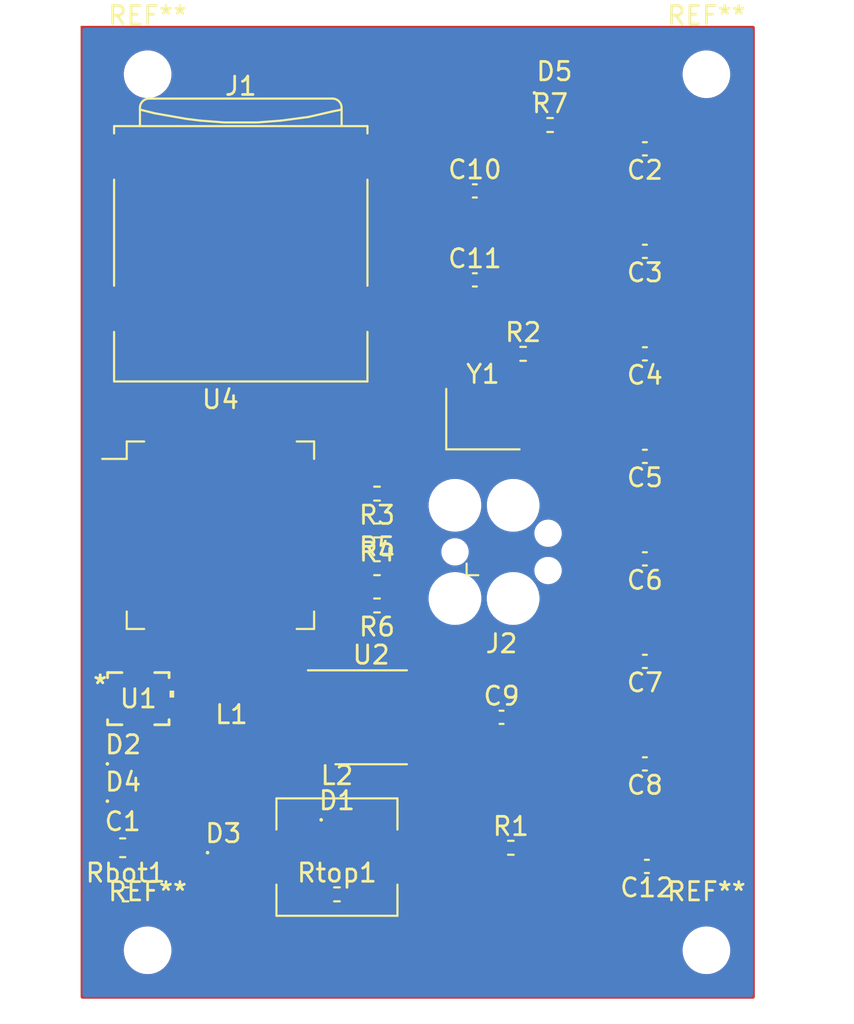
<source format=kicad_pcb>
(kicad_pcb (version 20221018) (generator pcbnew)
  (layers (0 "F.Cu" signal) (1 "In1.Cu" signal) (2 "In2.Cu" signal) (31 "B.Cu" signal) (34 "B.Paste" user) (35 "F.Paste" user) (36 "B.SilkS" user "B.Silkscreen") (37 "F.SilkS" user "F.Silkscreen") (38 "B.Mask" user) (39 "F.Mask" user) (44 "Edge.Cuts" user))
  (net 0 "")
  (net 1 "+3.3V")
  (net 5 "GND")
  (net 6 "+3.3VA")
  (net 10 "Net-(U4-VCAP1)")
  (net 11 "HSE_IN")
  (net 12 "Net-(C11-Pad1)")
  (net 13 "Net-(D3-K)")
  (net 14 "Net-(D4-K)")
  (net 15 "Net-(D1-K)")
  (net 16 "+BATT")
  (net 17 "VBUS")
  (net 18 "SDIO_D2")
  (net 19 "SDIO_D3")
  (net 20 "SDIO_CMD")
  (net 21 "SDIO_CK")
  (net 22 "SDIO_D0")
  (net 23 "SDIO_D1")
  (net 27 "Vin")
  (net 28 "SWDIO")
  (net 29 "SWCLK")
  (net 30 "VS")
  (net 31 "Vout")
  (net 32 "Net-(U2-EN)")
  (net 33 "HSE_OUT")
  (net 34 "I2C1_SCL")
  (net 35 "I2C3_SDA")
  (net 36 "I2C3_SCL")
  (net 37 "I2C1_SDA")
  (net 38 "Net-(U2-FB)")
  (net 39 "SPI1_MISO")
  (net 40 "Net-(U1-CS)")
  (net 41 "SPI1_SCK")
  (net 42 "SPI1_MOSI")
  (net 50 "NRST")
  (net 51 "Net-(D5-K)")
  (net 65 "SPI3_SCK")
  (net 66 "SPI2_SCK")
  (net 76 "SWO")
  (net 78 "BOOT0")
  (net 81 "Net-(D5-A)")
  (footprint "MountingHole:MountingHole_2.1mm" (layer "F.Cu") (at 175.26 66.548)
    (fp_text reference "REF**" (at 0 -3.2) (layer "F.SilkS"))
    (fp_text value "MountingHole_2.1mm")
    (pad "" np_thru_hole circle (at 0 0) (size 2.1 2.1) (drill 2.1) (layers "*.Cu" "*.Mask"))
  )
  (footprint "Capacitor_SMD:C_0402_1005Metric" (layer "F.Cu") (at 171.903 92.964 180)
    (fp_text reference "C6" (at 0 -1.16 180) (layer "F.SilkS"))
    (fp_text value "100nF")
    (fp_line (start -0.107836 -0.36) (end 0.107836 -0.36) (stroke (width 0.12)) (layer "F.SilkS"))
    (fp_line (start -0.107836 0.36) (end 0.107836 0.36) (stroke (width 0.12)) (layer "F.SilkS"))
    (pad "1" smd roundrect (at -0.48 0 180) (size 0.56 0.62) (layers "F.Cu" "F.Paste" "F.Mask") (net 1 "+3.3V"))
    (pad "2" smd roundrect (at 0.48 0 180) (size 0.56 0.62) (layers "F.Cu" "F.Paste" "F.Mask") (net 5 "GND"))
  )
  (footprint "Capacitor_SMD:C_0402_1005Metric" (layer "F.Cu") (at 162.628 72.906)
    (fp_text reference "C10" (at 0 -1.16) (layer "F.SilkS"))
    (fp_text value "2pF")
    (fp_line (start -0.107836 -0.36) (end 0.107836 -0.36) (stroke (width 0.12)) (layer "F.SilkS"))
    (fp_line (start -0.107836 0.36) (end 0.107836 0.36) (stroke (width 0.12)) (layer "F.SilkS"))
    (pad "1" smd roundrect (at -0.48 0) (size 0.56 0.62) (layers "F.Cu" "F.Paste" "F.Mask") (net 11 "HSE_IN"))
    (pad "2" smd roundrect (at 0.48 0) (size 0.56 0.62) (layers "F.Cu" "F.Paste" "F.Mask") (net 5 "GND"))
  )
  (footprint "Diode_SMD:D_0201_0603Metric" (layer "F.Cu") (at 155.106 107.188)
    (fp_text reference "D1" (at 0 -1.05) (layer "F.SilkS"))
    (fp_text value "D_Schottky")
    (fp_circle (center -0.86 0) (end -0.81 0) (stroke (width 0.1)) (fill none) (layer "F.SilkS"))
    (pad "1" smd roundrect (at -0.32 0) (size 0.46 0.4) (layers "F.Cu" "F.Mask") (net 15 "Net-(D1-K)"))
    (pad "2" smd roundrect (at 0.32 0) (size 0.46 0.4) (layers "F.Cu" "F.Mask") (net 16 "+BATT"))
  )
  (footprint "imu:LGA14L_LSM6_STM" (layer "F.Cu") (at 144.272 100.584)
    (fp_text reference "U1" (at 0 0 unlocked) (layer "F.SilkS"))
    (fp_text value "LSM6DSV16XTR")
    (fp_text user "*" (at -2.0828 -0.750189) (layer "F.SilkS"))
    (fp_text user "*" (at -2.0828 -0.750189 unlocked) (layer "F.SilkS"))
    (fp_line (start -1.6764 -1.4224) (end -1.6764 -1.14437) (stroke (width 0.1524)) (layer "F.SilkS"))
    (fp_line (start -1.6764 1.14437) (end -1.6764 1.4224) (stroke (width 0.1524)) (layer "F.SilkS"))
    (fp_line (start -1.6764 1.4224) (end -0.894307 1.4224) (stroke (width 0.1524)) (layer "F.SilkS"))
    (fp_line (start -0.894307 -1.4224) (end -1.6764 -1.4224) (stroke (width 0.1524)) (layer "F.SilkS"))
    (fp_line (start 0.894307 1.4224) (end 1.6764 1.4224) (stroke (width 0.1524)) (layer "F.SilkS"))
    (fp_line (start 1.6764 -1.4224) (end 0.894307 -1.4224) (stroke (width 0.1524)) (layer "F.SilkS"))
    (fp_line (start 1.6764 -1.14437) (end 1.6764 -1.4224) (stroke (width 0.1524)) (layer "F.SilkS"))
    (fp_line (start 1.6764 1.4224) (end 1.6764 1.14437) (stroke (width 0.1524)) (layer "F.SilkS"))
    (fp_poly (pts (xy 1.9558 -0.440563) (xy 1.9558 -0.059563) (xy 1.7018 -0.059563) (xy 1.7018 -0.440563)) (fill solid) (layer "F.SilkS"))
    (pad "1" smd rect (at -1.1811 -0.750189 90) (size 0.3048 0.5334) (layers "F.Cu" "F.Paste" "F.Mask") (net 39 "SPI1_MISO"))
    (pad "2" smd rect (at -1.1811 -0.250063 90) (size 0.3048 0.5334) (layers "F.Cu" "F.Paste" "F.Mask"))
    (pad "3" smd rect (at -1.1811 0.250063 90) (size 0.3048 0.5334) (layers "F.Cu" "F.Paste" "F.Mask"))
    (pad "4" smd rect (at -1.1811 0.750189 90) (size 0.3048 0.5334) (layers "F.Cu" "F.Paste" "F.Mask"))
    (pad "5" smd rect (at -0.500126 0.9271) (size 0.3048 0.5334) (layers "F.Cu" "F.Paste" "F.Mask") (net 1 "+3.3V"))
    (pad "6" smd rect (at 0 0.9271) (size 0.3048 0.5334) (layers "F.Cu" "F.Paste" "F.Mask") (net 5 "GND"))
    (pad "7" smd rect (at 0.500126 0.9271) (size 0.3048 0.5334) (layers "F.Cu" "F.Paste" "F.Mask") (net 5 "GND"))
    (pad "8" smd rect (at 1.1811 0.750189 90) (size 0.3048 0.5334) (layers "F.Cu" "F.Paste" "F.Mask") (net 1 "+3.3V"))
    (pad "9" smd rect (at 1.1811 0.250063 90) (size 0.3048 0.5334) (layers "F.Cu" "F.Paste" "F.Mask"))
    (pad "10" smd rect (at 1.1811 -0.250063 90) (size 0.3048 0.5334) (layers "F.Cu" "F.Paste" "F.Mask"))
    (pad "11" smd rect (at 1.1811 -0.750189 90) (size 0.3048 0.5334) (layers "F.Cu" "F.Paste" "F.Mask"))
    (pad "12" smd rect (at 0.500126 -0.9271) (size 0.3048 0.5334) (layers "F.Cu" "F.Paste" "F.Mask") (net 40 "Net-(U1-CS)"))
    (pad "13" smd rect (at 0 -0.9271) (size 0.3048 0.5334) (layers "F.Cu" "F.Paste" "F.Mask") (net 41 "SPI1_SCK"))
    (pad "14" smd rect (at -0.500126 -0.9271) (size 0.3048 0.5334) (layers "F.Cu" "F.Paste" "F.Mask") (net 42 "SPI1_MOSI"))
  )
  (footprint "Capacitor_SMD:C_0402_1005Metric" (layer "F.Cu") (at 171.903 70.612 180)
    (fp_text reference "C2" (at 0 -1.16 180) (layer "F.SilkS"))
    (fp_text value "100nF")
    (fp_line (start -0.107836 -0.36) (end 0.107836 -0.36) (stroke (width 0.12)) (layer "F.SilkS"))
    (fp_line (start -0.107836 0.36) (end 0.107836 0.36) (stroke (width 0.12)) (layer "F.SilkS"))
    (pad "1" smd roundrect (at -0.48 0 180) (size 0.56 0.62) (layers "F.Cu" "F.Paste" "F.Mask") (net 1 "+3.3V"))
    (pad "2" smd roundrect (at 0.48 0 180) (size 0.56 0.62) (layers "F.Cu" "F.Paste" "F.Mask") (net 5 "GND"))
  )
  (footprint "Capacitor_SMD:C_0402_1005Metric" (layer "F.Cu") (at 171.903 87.376 180)
    (fp_text reference "C5" (at 0 -1.16 180) (layer "F.SilkS"))
    (fp_text value "100nF")
    (fp_line (start -0.107836 -0.36) (end 0.107836 -0.36) (stroke (width 0.12)) (layer "F.SilkS"))
    (fp_line (start -0.107836 0.36) (end 0.107836 0.36) (stroke (width 0.12)) (layer "F.SilkS"))
    (pad "1" smd roundrect (at -0.48 0 180) (size 0.56 0.62) (layers "F.Cu" "F.Paste" "F.Mask") (net 1 "+3.3V"))
    (pad "2" smd roundrect (at 0.48 0 180) (size 0.56 0.62) (layers "F.Cu" "F.Paste" "F.Mask") (net 5 "GND"))
  )
  (footprint "Resistor_SMD:R_0402_1005Metric" (layer "F.Cu") (at 157.292 91.416 180)
    (fp_text reference "R4" (at 0 -1.17 180) (layer "F.SilkS"))
    (fp_text value "10k")
    (fp_line (start -0.153641 -0.38) (end 0.153641 -0.38) (stroke (width 0.12)) (layer "F.SilkS"))
    (fp_line (start -0.153641 0.38) (end 0.153641 0.38) (stroke (width 0.12)) (layer "F.SilkS"))
    (pad "1" smd roundrect (at -0.51 0 180) (size 0.54 0.64) (layers "F.Cu" "F.Paste" "F.Mask") (net 6 "+3.3VA"))
    (pad "2" smd roundrect (at 0.51 0 180) (size 0.54 0.64) (layers "F.Cu" "F.Paste" "F.Mask") (net 35 "I2C3_SDA"))
  )
  (footprint "Diode_SMD:D_0201_0603Metric" (layer "F.Cu") (at 143.444 106.172)
    (fp_text reference "D4" (at 0 -1.05) (layer "F.SilkS"))
    (fp_text value "D_Schottky")
    (fp_circle (center -0.86 0) (end -0.81 0) (stroke (width 0.1)) (fill none) (layer "F.SilkS"))
    (pad "1" smd roundrect (at -0.32 0) (size 0.46 0.4) (layers "F.Cu" "F.Mask") (net 14 "Net-(D4-K)"))
    (pad "2" smd roundrect (at 0.32 0) (size 0.46 0.4) (layers "F.Cu" "F.Mask") (net 5 "GND"))
  )
  (footprint "Connector_Card:microSD_HC_Wuerth_693072010801" (layer "F.Cu") (at 149.86 75.184)
    (fp_text reference "J1" (at 0 -7.99) (layer "F.SilkS"))
    (fp_text value "Micro_SD_Card_Det1")
    (fp_line (start -6.91 -5.81) (end -6.91 -5.41) (stroke (width 0.12)) (layer "F.SilkS"))
    (fp_line (start -6.91 -5.81) (end 6.91 -5.81) (stroke (width 0.12)) (layer "F.SilkS"))
    (fp_line (start -6.91 -2.89) (end -6.91 2.89) (stroke (width 0.12)) (layer "F.SilkS"))
    (fp_line (start -6.91 5.41) (end -6.91 8.11) (stroke (width 0.12)) (layer "F.SilkS"))
    (fp_line (start -5.5 -6.71) (end -4.7 -6.51) (stroke (width 0.12)) (layer "F.SilkS"))
    (fp_line (start -5.5 -5.81) (end -5.5 -6.81) (stroke (width 0.12)) (layer "F.SilkS"))
    (fp_line (start -5 -7.31) (end 5 -7.31) (stroke (width 0.12)) (layer "F.SilkS"))
    (fp_line (start -4.7 -6.51) (end -3 -6.21) (stroke (width 0.12)) (layer "F.SilkS"))
    (fp_line (start -3 -6.21) (end -2.2 -6.11) (stroke (width 0.12)) (layer "F.SilkS"))
    (fp_line (start -2.2 -6.11) (end -0.9 -6.01) (stroke (width 0.12)) (layer "F.SilkS"))
    (fp_line (start -0.9 -6.01) (end 0.9 -6.01) (stroke (width 0.12)) (layer "F.SilkS"))
    (fp_line (start 0.9 -6.01) (end 2.2 -6.11) (stroke (width 0.12)) (layer "F.SilkS"))
    (fp_line (start 2.2 -6.11) (end 3.7 -6.31) (stroke (width 0.12)) (layer "F.SilkS"))
    (fp_line (start 3.7 -6.31) (end 5 -6.61) (stroke (width 0.12)) (layer "F.SilkS"))
    (fp_line (start 5 -6.61) (end 5.5 -6.71) (stroke (width 0.12)) (layer "F.SilkS"))
    (fp_line (start 5.5 -5.81) (end 5.5 -6.81) (stroke (width 0.12)) (layer "F.SilkS"))
    (fp_line (start 6.91 -5.81) (end 6.91 -5.41) (stroke (width 0.12)) (layer "F.SilkS"))
    (fp_line (start 6.91 -2.89) (end 6.91 2.89) (stroke (width 0.12)) (layer "F.SilkS"))
    (fp_line (start 6.91 5.41) (end 6.91 8.11) (stroke (width 0.12)) (layer "F.SilkS"))
    (fp_line (start 6.91 8.11) (end -6.91 8.11) (stroke (width 0.12)) (layer "F.SilkS"))
    (fp_arc (start -5.5 -6.81) (mid -5.353553 -7.163553) (end -5 -7.31) (stroke (width 0.12)) (layer "F.SilkS"))
    (fp_arc (start 5 -7.31) (mid 5.353553 -7.163553) (end 5.5 -6.81) (stroke (width 0.12)) (layer "F.SilkS"))
    (pad "1" smd rect (at -3.2 -1.55) (size 0.8 1.5) (layers "F.Cu" "F.Paste" "F.Mask") (net 18 "SDIO_D2"))
    (pad "2" smd rect (at -2.1 -1.55) (size 0.8 1.5) (layers "F.Cu" "F.Paste" "F.Mask") (net 19 "SDIO_D3"))
    (pad "3" smd rect (at -1 -1.55) (size 0.8 1.5) (layers "F.Cu" "F.Paste" "F.Mask") (net 20 "SDIO_CMD"))
    (pad "4" smd rect (at 0.1 -1.55) (size 0.8 1.5) (layers "F.Cu" "F.Paste" "F.Mask") (net 1 "+3.3V"))
    (pad "5" smd rect (at 1.2 -1.55) (size 0.8 1.5) (layers "F.Cu" "F.Paste" "F.Mask") (net 21 "SDIO_CK"))
    (pad "6" smd rect (at 2.3 -1.55) (size 0.8 1.5) (layers "F.Cu" "F.Paste" "F.Mask") (net 5 "GND"))
    (pad "7" smd rect (at 3.4 -1.55) (size 0.8 1.5) (layers "F.Cu" "F.Paste" "F.Mask") (net 22 "SDIO_D0"))
    (pad "8" smd rect (at 4.5 -1.55) (size 0.8 1.5) (layers "F.Cu" "F.Paste" "F.Mask") (net 23 "SDIO_D1"))
    (pad "9" smd rect (at -6.875 -4.15) (size 1.45 2) (layers "F.Cu" "F.Paste" "F.Mask"))
    (pad "9" smd rect (at -6.875 4.15) (size 1.45 2) (layers "F.Cu" "F.Paste" "F.Mask"))
    (pad "9" smd rect (at 6.875 -4.15) (size 1.45 2) (layers "F.Cu" "F.Paste" "F.Mask"))
    (pad "9" smd rect (at 6.875 4.15) (size 1.45 2) (layers "F.Cu" "F.Paste" "F.Mask"))
  )
  (footprint "Diode_SMD:D_0201_0603Metric" (layer "F.Cu") (at 143.444 104.14)
    (fp_text reference "D2" (at 0 -1.05) (layer "F.SilkS"))
    (fp_text value "D_Schottky")
    (fp_circle (center -0.86 0) (end -0.81 0) (stroke (width 0.1)) (fill none) (layer "F.SilkS"))
    (pad "1" smd roundrect (at -0.32 0) (size 0.46 0.4) (layers "F.Cu" "F.Mask") (net 15 "Net-(D1-K)"))
    (pad "2" smd roundrect (at 0.32 0) (size 0.46 0.4) (layers "F.Cu" "F.Mask") (net 17 "VBUS"))
  )
  (footprint "Diode_SMD:D_0201_0603Metric" (layer "F.Cu") (at 148.909 108.978)
    (fp_text reference "D3" (at 0 -1.05) (layer "F.SilkS"))
    (fp_text value "D_Schottky")
    (fp_circle (center -0.86 0) (end -0.81 0) (stroke (width 0.1)) (fill none) (layer "F.SilkS"))
    (pad "1" smd roundrect (at -0.32 0) (size 0.46 0.4) (layers "F.Cu" "F.Mask") (net 13 "Net-(D3-K)"))
    (pad "2" smd roundrect (at 0.32 0) (size 0.46 0.4) (layers "F.Cu" "F.Mask") (net 15 "Net-(D1-K)"))
  )
  (footprint "Resistor_SMD:R_0402_1005Metric" (layer "F.Cu") (at 166.734 69.314)
    (fp_text reference "R7" (at 0 -1.17) (layer "F.SilkS"))
    (fp_text value "220")
    (fp_line (start -0.153641 -0.38) (end 0.153641 -0.38) (stroke (width 0.12)) (layer "F.SilkS"))
    (fp_line (start -0.153641 0.38) (end 0.153641 0.38) (stroke (width 0.12)) (layer "F.SilkS"))
    (pad "1" smd roundrect (at -0.51 0) (size 0.54 0.64) (layers "F.Cu" "F.Paste" "F.Mask") (net 51 "Net-(D5-K)"))
    (pad "2" smd roundrect (at 0.51 0) (size 0.54 0.64) (layers "F.Cu" "F.Paste" "F.Mask") (net 5 "GND"))
  )
  (footprint "Capacitor_SMD:C_0402_1005Metric" (layer "F.Cu") (at 171.903 81.788 180)
    (fp_text reference "C4" (at 0 -1.16 180) (layer "F.SilkS"))
    (fp_text value "100nF")
    (fp_line (start -0.107836 -0.36) (end 0.107836 -0.36) (stroke (width 0.12)) (layer "F.SilkS"))
    (fp_line (start -0.107836 0.36) (end 0.107836 0.36) (stroke (width 0.12)) (layer "F.SilkS"))
    (pad "1" smd roundrect (at -0.48 0 180) (size 0.56 0.62) (layers "F.Cu" "F.Paste" "F.Mask") (net 1 "+3.3V"))
    (pad "2" smd roundrect (at 0.48 0 180) (size 0.56 0.62) (layers "F.Cu" "F.Paste" "F.Mask") (net 5 "GND"))
  )
  (footprint "MountingHole:MountingHole_2.1mm" (layer "F.Cu") (at 144.78 114.3)
    (fp_text reference "REF**" (at 0 -3.2) (layer "F.SilkS"))
    (fp_text value "MountingHole_2.1mm")
    (pad "" np_thru_hole circle (at 0 0) (size 2.1 2.1) (drill 2.1) (layers "F&B.Cu" "*.Mask"))
  )
  (footprint "MountingHole:MountingHole_2.1mm" (layer "F.Cu") (at 144.78 66.548)
    (fp_text reference "REF**" (at 0 -3.2) (layer "F.SilkS"))
    (fp_text value "MountingHole_2.1mm")
    (pad "" np_thru_hole circle (at 0 0) (size 2.1 2.1) (drill 2.1) (layers "F&B.Cu" "*.Mask"))
  )
  (footprint "Package_QFP:LQFP-64_10x10mm_P0.5mm" (layer "F.Cu") (at 148.75 91.675)
    (fp_text reference "U4" (at 0 -7.4) (layer "F.SilkS"))
    (fp_text value "STM32F411RET6")
    (fp_line (start -5.11 -5.11) (end -5.11 -4.16) (stroke (width 0.12)) (layer "F.SilkS"))
    (fp_line (start -5.11 -4.16) (end -6.45 -4.16) (stroke (width 0.12)) (layer "F.SilkS"))
    (fp_line (start -5.11 5.11) (end -5.11 4.16) (stroke (width 0.12)) (layer "F.SilkS"))
    (fp_line (start -4.16 -5.11) (end -5.11 -5.11) (stroke (width 0.12)) (layer "F.SilkS"))
    (fp_line (start -4.16 5.11) (end -5.11 5.11) (stroke (width 0.12)) (layer "F.SilkS"))
    (fp_line (start 4.16 -5.11) (end 5.11 -5.11) (stroke (width 0.12)) (layer "F.SilkS"))
    (fp_line (start 4.16 5.11) (end 5.11 5.11) (stroke (width 0.12)) (layer "F.SilkS"))
    (fp_line (start 5.11 -5.11) (end 5.11 -4.16) (stroke (width 0.12)) (layer "F.SilkS"))
    (fp_line (start 5.11 5.11) (end 5.11 4.16) (stroke (width 0.12)) (layer "F.SilkS"))
    (pad "1" smd roundrect (at -5.675 -3.75) (size 1.55 0.3) (layers "F.Cu" "F.Paste" "F.Mask"))
    (pad "2" smd roundrect (at -5.675 -3.25) (size 1.55 0.3) (layers "F.Cu" "F.Paste" "F.Mask"))
    (pad "3" smd roundrect (at -5.675 -2.75) (size 1.55 0.3) (layers "F.Cu" "F.Paste" "F.Mask"))
    (pad "4" smd roundrect (at -5.675 -2.25) (size 1.55 0.3) (layers "F.Cu" "F.Paste" "F.Mask"))
    (pad "5" smd roundrect (at -5.675 -1.75) (size 1.55 0.3) (layers "F.Cu" "F.Paste" "F.Mask") (net 11 "HSE_IN"))
    (pad "6" smd roundrect (at -5.675 -1.25) (size 1.55 0.3) (layers "F.Cu" "F.Paste" "F.Mask") (net 33 "HSE_OUT"))
    (pad "7" smd roundrect (at -5.675 -0.75) (size 1.55 0.3) (layers "F.Cu" "F.Paste" "F.Mask") (net 50 "NRST"))
    (pad "8" smd roundrect (at -5.675 -0.25) (size 1.55 0.3) (layers "F.Cu" "F.Paste" "F.Mask") (net 81 "Net-(D5-A)"))
    (pad "9" smd roundrect (at -5.675 0.25) (size 1.55 0.3) (layers "F.Cu" "F.Paste" "F.Mask"))
    (pad "10" smd roundrect (at -5.675 0.75) (size 1.55 0.3) (layers "F.Cu" "F.Paste" "F.Mask"))
    (pad "11" smd roundrect (at -5.675 1.25) (size 1.55 0.3) (layers "F.Cu" "F.Paste" "F.Mask"))
    (pad "12" smd roundrect (at -5.675 1.75) (size 1.55 0.3) (layers "F.Cu" "F.Paste" "F.Mask") (net 5 "GND"))
    (pad "13" smd roundrect (at -5.675 2.25) (size 1.55 0.3) (layers "F.Cu" "F.Paste" "F.Mask") (net 6 "+3.3VA"))
    (pad "14" smd roundrect (at -5.675 2.75) (size 1.55 0.3) (layers "F.Cu" "F.Paste" "F.Mask"))
    (pad "15" smd roundrect (at -5.675 3.25) (size 1.55 0.3) (layers "F.Cu" "F.Paste" "F.Mask"))
    (pad "16" smd roundrect (at -5.675 3.75) (size 1.55 0.3) (layers "F.Cu" "F.Paste" "F.Mask"))
    (pad "17" smd roundrect (at -3.75 5.675) (size 0.3 1.55) (layers "F.Cu" "F.Paste" "F.Mask"))
    (pad "18" smd roundrect (at -3.25 5.675) (size 0.3 1.55) (layers "F.Cu" "F.Paste" "F.Mask") (net 5 "GND"))
    (pad "19" smd roundrect (at -2.75 5.675) (size 0.3 1.55) (layers "F.Cu" "F.Paste" "F.Mask") (net 1 "+3.3V"))
    (pad "20" smd roundrect (at -2.25 5.675) (size 0.3 1.55) (layers "F.Cu" "F.Paste" "F.Mask") (net 40 "Net-(U1-CS)"))
    (pad "21" smd roundrect (at -1.75 5.675) (size 0.3 1.55) (layers "F.Cu" "F.Paste" "F.Mask") (net 41 "SPI1_SCK"))
    (pad "22" smd roundrect (at -1.25 5.675) (size 0.3 1.55) (layers "F.Cu" "F.Paste" "F.Mask") (net 39 "SPI1_MISO"))
    (pad "23" smd roundrect (at -0.75 5.675) (size 0.3 1.55) (layers "F.Cu" "F.Paste" "F.Mask") (net 42 "SPI1_MOSI"))
    (pad "24" smd roundrect (at -0.25 5.675) (size 0.3 1.55) (layers "F.Cu" "F.Paste" "F.Mask"))
    (pad "25" smd roundrect (at 0.25 5.675) (size 0.3 1.55) (layers "F.Cu" "F.Paste" "F.Mask"))
    (pad "26" smd roundrect (at 0.75 5.675) (size 0.3 1.55) (layers "F.Cu" "F.Paste" "F.Mask"))
    (pad "27" smd roundrect (at 1.25 5.675) (size 0.3 1.55) (layers "F.Cu" "F.Paste" "F.Mask"))
    (pad "28" smd roundrect (at 1.75 5.675) (size 0.3 1.55) (layers "F.Cu" "F.Paste" "F.Mask"))
    (pad "29" smd roundrect (at 2.25 5.675) (size 0.3 1.55) (layers "F.Cu" "F.Paste" "F.Mask"))
    (pad "30" smd roundrect (at 2.75 5.675) (size 0.3 1.55) (layers "F.Cu" "F.Paste" "F.Mask") (net 10 "Net-(U4-VCAP1)"))
    (pad "31" smd roundrect (at 3.25 5.675) (size 0.3 1.55) (layers "F.Cu" "F.Paste" "F.Mask") (net 5 "GND"))
    (pad "32" smd roundrect (at 3.75 5.675) (size 0.3 1.55) (layers "F.Cu" "F.Paste" "F.Mask") (net 1 "+3.3V"))
    (pad "33" smd roundrect (at 5.675 3.75) (size 1.55 0.3) (layers "F.Cu" "F.Paste" "F.Mask") (net 65 "SPI3_SCK"))
    (pad "34" smd roundrect (at 5.675 3.25) (size 1.55 0.3) (layers "F.Cu" "F.Paste" "F.Mask") (net 66 "SPI2_SCK"))
    (pad "35" smd roundrect (at 5.675 2.75) (size 1.55 0.3) (layers "F.Cu" "F.Paste" "F.Mask"))
    (pad "36" smd roundrect (at 5.675 2.25) (size 1.55 0.3) (layers "F.Cu" "F.Paste" "F.Mask") (net 21 "SDIO_CK"))
    (pad "37" smd roundrect (at 5.675 1.75) (size 1.55 0.3) (layers "F.Cu" "F.Paste" "F.Mask"))
    (pad "38" smd roundrect (at 5.675 1.25) (size 1.55 0.3) (layers "F.Cu" "F.Paste" "F.Mask"))
    (pad "39" smd roundrect (at 5.675 0.75) (size 1.55 0.3) (layers "F.Cu" "F.Paste" "F.Mask") (net 22 "SDIO_D0"))
    (pad "40" smd roundrect (at 5.675 0.25) (size 1.55 0.3) (layers "F.Cu" "F.Paste" "F.Mask") (net 23 "SDIO_D1"))
    (pad "41" smd roundrect (at 5.675 -0.25) (size 1.55 0.3) (layers "F.Cu" "F.Paste" "F.Mask") (net 36 "I2C3_SCL"))
    (pad "42" smd roundrect (at 5.675 -0.75) (size 1.55 0.3) (layers "F.Cu" "F.Paste" "F.Mask") (net 18 "SDIO_D2"))
    (pad "43" smd roundrect (at 5.675 -1.25) (size 1.55 0.3) (layers "F.Cu" "F.Paste" "F.Mask"))
    (pad "44" smd roundrect (at 5.675 -1.75) (size 1.55 0.3) (layers "F.Cu" "F.Paste" "F.Mask"))
    (pad "45" smd roundrect (at 5.675 -2.25) (size 1.55 0.3) (layers "F.Cu" "F.Paste" "F.Mask"))
    (pad "46" smd roundrect (at 5.675 -2.75) (size 1.55 0.3) (layers "F.Cu" "F.Paste" "F.Mask") (net 28 "SWDIO"))
    (pad "47" smd roundrect (at 5.675 -3.25) (size 1.55 0.3) (layers "F.Cu" "F.Paste" "F.Mask") (net 5 "GND"))
    (pad "48" smd roundrect (at 5.675 -3.75) (size 1.55 0.3) (layers "F.Cu" "F.Paste" "F.Mask") (net 1 "+3.3V"))
    (pad "49" smd roundrect (at 3.75 -5.675) (size 0.3 1.55) (layers "F.Cu" "F.Paste" "F.Mask") (net 29 "SWCLK"))
    (pad "50" smd roundrect (at 3.25 -5.675) (size 0.3 1.55) (layers "F.Cu" "F.Paste" "F.Mask"))
    (pad "51" smd roundrect (at 2.75 -5.675) (size 0.3 1.55) (layers "F.Cu" "F.Paste" "F.Mask"))
    (pad "52" smd roundrect (at 2.25 -5.675) (size 0.3 1.55) (layers "F.Cu" "F.Paste" "F.Mask") (net 19 "SDIO_D3"))
    (pad "53" smd roundrect (at 1.75 -5.675) (size 0.3 1.55) (layers "F.Cu" "F.Paste" "F.Mask"))
    (pad "54" smd roundrect (at 1.25 -5.675) (size 0.3 1.55) (layers "F.Cu" "F.Paste" "F.Mask") (net 20 "SDIO_CMD"))
    (pad "55" smd roundrect (at 0.75 -5.675) (size 0.3 1.55) (layers "F.Cu" "F.Paste" "F.Mask") (net 76 "SWO"))
    (pad "56" smd roundrect (at 0.25 -5.675) (size 0.3 1.55) (layers "F.Cu" "F.Paste" "F.Mask") (net 35 "I2C3_SDA"))
    (pad "57" smd roundrect (at -0.25 -5.675) (size 0.3 1.55) (layers "F.Cu" "F.Paste" "F.Mask"))
    (pad "58" smd roundrect (at -0.75 -5.675) (size 0.3 1.55) (layers "F.Cu" "F.Paste" "F.Mask") (net 34 "I2C1_SCL"))
    (pad "59" smd roundrect (at -1.25 -5.675) (size 0.3 1.55) (layers "F.Cu" "F.Paste" "F.Mask") (net 37 "I2C1_SDA"))
    (pad "60" smd roundrect (at -1.75 -5.675) (size 0.3 1.55) (layers "F.Cu" "F.Paste" "F.Mask") (net 78 "BOOT0"))
    (pad "61" smd roundrect (at -2.25 -5.675) (size 0.3 1.55) (layers "F.Cu" "F.Paste" "F.Mask"))
    (pad "62" smd roundrect (at -2.75 -5.675) (size 0.3 1.55) (layers "F.Cu" "F.Paste" "F.Mask"))
    (pad "63" smd roundrect (at -3.25 -5.675) (size 0.3 1.55) (layers "F.Cu" "F.Paste" "F.Mask") (net 5 "GND"))
    (pad "64" smd roundrect (at -3.75 -5.675) (size 0.3 1.55) (layers "F.Cu" "F.Paste" "F.Mask") (net 1 "+3.3V"))
  )
  (footprint "Capacitor_SMD:C_0402_1005Metric" (layer "F.Cu") (at 171.903 76.2 180)
    (fp_text reference "C3" (at 0 -1.16 180) (layer "F.SilkS"))
    (fp_text value "100nF")
    (fp_line (start -0.107836 -0.36) (end 0.107836 -0.36) (stroke (width 0.12)) (layer "F.SilkS"))
    (fp_line (start -0.107836 0.36) (end 0.107836 0.36) (stroke (width 0.12)) (layer "F.SilkS"))
    (pad "1" smd roundrect (at -0.48 0 180) (size 0.56 0.62) (layers "F.Cu" "F.Paste" "F.Mask") (net 1 "+3.3V"))
    (pad "2" smd roundrect (at 0.48 0 180) (size 0.56 0.62) (layers "F.Cu" "F.Paste" "F.Mask") (net 5 "GND"))
  )
  (footprint "Capacitor_SMD:C_0402_1005Metric" (layer "F.Cu") (at 172.013 109.728 180)
    (fp_text reference "C12" (at 0 -1.16 180) (layer "F.SilkS"))
    (fp_text value "0.1uF")
    (fp_line (start -0.107836 -0.36) (end 0.107836 -0.36) (stroke (width 0.12)) (layer "F.SilkS"))
    (fp_line (start -0.107836 0.36) (end 0.107836 0.36) (stroke (width 0.12)) (layer "F.SilkS"))
    (pad "1" smd roundrect (at -0.48 0 180) (size 0.56 0.62) (layers "F.Cu" "F.Paste" "F.Mask") (net 13 "Net-(D3-K)"))
    (pad "2" smd roundrect (at 0.48 0 180) (size 0.56 0.62) (layers "F.Cu" "F.Paste" "F.Mask") (net 14 "Net-(D4-K)"))
  )
  (footprint "Capacitor_SMD:C_0603_1608Metric" (layer "F.Cu") (at 143.419 108.712)
    (fp_text reference "C1" (at 0 -1.43) (layer "F.SilkS"))
    (fp_text value "4.7u")
    (fp_line (start -0.14058 -0.51) (end 0.14058 -0.51) (stroke (width 0.12)) (layer "F.SilkS"))
    (fp_line (start -0.14058 0.51) (end 0.14058 0.51) (stroke (width 0.12)) (layer "F.SilkS"))
    (pad "1" smd roundrect (at -0.775 0) (size 0.9 0.95) (layers "F.Cu" "F.Paste" "F.Mask") (net 1 "+3.3V"))
    (pad "2" smd roundrect (at 0.775 0) (size 0.9 0.95) (layers "F.Cu" "F.Paste" "F.Mask") (net 5 "GND"))
  )
  (footprint "Capacitor_SMD:C_0402_1005Metric" (layer "F.Cu") (at 171.903 98.552 180)
    (fp_text reference "C7" (at 0 -1.16 180) (layer "F.SilkS"))
    (fp_text value "100nF")
    (fp_line (start -0.107836 -0.36) (end 0.107836 -0.36) (stroke (width 0.12)) (layer "F.SilkS"))
    (fp_line (start -0.107836 0.36) (end 0.107836 0.36) (stroke (width 0.12)) (layer "F.SilkS"))
    (pad "1" smd roundrect (at -0.48 0 180) (size 0.56 0.62) (layers "F.Cu" "F.Paste" "F.Mask") (net 6 "+3.3VA"))
    (pad "2" smd roundrect (at 0.48 0 180) (size 0.56 0.62) (layers "F.Cu" "F.Paste" "F.Mask") (net 5 "GND"))
  )
  (footprint "Crystal:Crystal_SMD_3225-4Pin_3.2x2.5mm" (layer "F.Cu") (at 163.068 85.344)
    (fp_text reference "Y1" (at 0 -2.45) (layer "F.SilkS"))
    (fp_text value "16MHz")
    (fp_line (start -2 -1.65) (end -2 1.65) (stroke (width 0.12)) (layer "F.SilkS"))
    (fp_line (start -2 1.65) (end 2 1.65) (stroke (width 0.12)) (layer "F.SilkS"))
    (pad "1" smd rect (at -1.1 0.85) (size 1.4 1.2) (layers "F.Cu" "F.Paste" "F.Mask") (net 11 "HSE_IN"))
    (pad "2" smd rect (at 1.1 0.85) (size 1.4 1.2) (layers "F.Cu" "F.Paste" "F.Mask") (net 5 "GND"))
    (pad "3" smd rect (at 1.1 -0.85) (size 1.4 1.2) (layers "F.Cu" "F.Paste" "F.Mask") (net 12 "Net-(C11-Pad1)"))
    (pad "4" smd rect (at -1.1 -0.85) (size 1.4 1.2) (layers "F.Cu" "F.Paste" "F.Mask") (net 5 "GND"))
  )
  (footprint "LED_SMD:LED_0402_1005Metric" (layer "F.Cu") (at 166.969 67.564)
    (fp_text reference "D5" (at 0 -1.17) (layer "F.SilkS"))
    (fp_text value "LED")
    (fp_circle (center -1.09 0) (end -1.04 0) (stroke (width 0.1)) (fill none) (layer "F.SilkS"))
    (pad "1" smd roundrect (at -0.485 0) (size 0.59 0.64) (layers "F.Cu" "F.Paste" "F.Mask") (net 51 "Net-(D5-K)"))
    (pad "2" smd roundrect (at 0.485 0) (size 0.59 0.64) (layers "F.Cu" "F.Paste" "F.Mask") (net 81 "Net-(D5-A)"))
  )
  (footprint "Capacitor_SMD:C_0402_1005Metric" (layer "F.Cu") (at 164.084 101.6)
    (fp_text reference "C9" (at 0 -1.16) (layer "F.SilkS"))
    (fp_text value "47u?")
    (fp_line (start -0.107836 -0.36) (end 0.107836 -0.36) (stroke (width 0.12)) (layer "F.SilkS"))
    (fp_line (start -0.107836 0.36) (end 0.107836 0.36) (stroke (width 0.12)) (layer "F.SilkS"))
    (pad "1" smd roundrect (at -0.48 0) (size 0.56 0.62) (layers "F.Cu" "F.Paste" "F.Mask") (net 10 "Net-(U4-VCAP1)"))
    (pad "2" smd roundrect (at 0.48 0) (size 0.56 0.62) (layers "F.Cu" "F.Paste" "F.Mask") (net 5 "GND"))
  )
  (footprint "Connector:Tag-Connect_TC2030-IDC-FP_2x03_P1.27mm_Vertical" (layer "F.Cu") (at 164.084 92.583)
    (fp_text reference "J2" (at 0 5) (layer "F.SilkS"))
    (fp_text value "Conn_ST_STDC14")
    (fp_line (start -1.905 1.27) (end -1.905 0.635) (stroke (width 0.12)) (layer "F.SilkS"))
    (fp_line (start -1.27 1.27) (end -1.905 1.27) (stroke (width 0.12)) (layer "F.SilkS"))
    (pad "" np_thru_hole circle (at -2.54 -2.54) (size 2.3749 2.3749) (drill 2.3749) (layers "*.Cu" "*.Mask"))
    (pad "" np_thru_hole circle (at -2.54 0) (size 0.9906 0.9906) (drill 0.9906) (layers "*.Cu" "*.Mask"))
    (pad "" np_thru_hole circle (at -2.54 2.54) (size 2.3749 2.3749) (drill 2.3749) (layers "*.Cu" "*.Mask"))
    (pad "" np_thru_hole circle (at 0.635 -2.54) (size 2.3749 2.3749) (drill 2.3749) (layers "*.Cu" "*.Mask"))
    (pad "" np_thru_hole circle (at 0.635 2.54) (size 2.3749 2.3749) (drill 2.3749) (layers "*.Cu" "*.Mask"))
    (pad "" np_thru_hole circle (at 2.54 -1.016) (size 0.9906 0.9906) (drill 0.9906) (layers "*.Cu" "*.Mask"))
    (pad "" np_thru_hole circle (at 2.54 1.016) (size 0.9906 0.9906) (drill 0.9906) (layers "*.Cu" "*.Mask"))
    (pad "1" connect circle (at -1.27 0.635) (size 0.7874 0.7874) (layers "F.Cu" "F.Mask"))
    (pad "2" connect circle (at -1.27 -0.635) (size 0.7874 0.7874) (layers "F.Cu" "F.Mask"))
    (pad "3" connect circle (at 0 0.635) (size 0.7874 0.7874) (layers "F.Cu" "F.Mask") (net 27 "Vin"))
    (pad "4" connect circle (at 0 -0.635) (size 0.7874 0.7874) (layers "F.Cu" "F.Mask") (net 28 "SWDIO"))
    (pad "5" connect circle (at 1.27 0.635) (size 0.7874 0.7874) (layers "F.Cu" "F.Mask") (net 5 "GND"))
    (pad "6" connect circle (at 1.27 -0.635) (size 0.7874 0.7874) (layers "F.Cu" "F.Mask") (net 29 "SWCLK"))
    (zone (net 0) (net_name "") (layer "F.Cu") (connect_pads (clearance 0)) (min_thickness 0.254)
      (keepout (tracks allowed) (vias not_allowed) (pads allowed) (copperpour not_allowed) (footprints not_allowed))
      (fill (thermal_gap 0.508) (thermal_bridge_width 0.508))
      (polygon (pts (xy 165.354 91.948) (xy 162.814 91.948) (xy 162.814 93.218) (xy 165.354 93.218)))
    )
  )
  (footprint "Resistor_SMD:R_0402_1005Metric" (layer "F.Cu") (at 155.106 111.252)
    (fp_text reference "Rtop1" (at 0 -1.17) (layer "F.SilkS"))
    (fp_text value "31.6k")
    (fp_line (start -0.153641 -0.38) (end 0.153641 -0.38) (stroke (width 0.12)) (layer "F.SilkS"))
    (fp_line (start -0.153641 0.38) (end 0.153641 0.38) (stroke (width 0.12)) (layer "F.SilkS"))
    (pad "1" smd roundrect (at -0.51 0) (size 0.54 0.64) (layers "F.Cu" "F.Paste" "F.Mask") (net 38 "Net-(U2-FB)"))
    (pad "2" smd roundrect (at 0.51 0) (size 0.54 0.64) (layers "F.Cu" "F.Paste" "F.Mask") (net 31 "Vout"))
  )
  (footprint "Capacitor_SMD:C_0402_1005Metric" (layer "F.Cu") (at 162.628 77.756)
    (fp_text reference "C11" (at 0 -1.16) (layer "F.SilkS"))
    (fp_text value "2pF")
    (fp_line (start -0.107836 -0.36) (end 0.107836 -0.36) (stroke (width 0.12)) (layer "F.SilkS"))
    (fp_line (start -0.107836 0.36) (end 0.107836 0.36) (stroke (width 0.12)) (layer "F.SilkS"))
    (pad "1" smd roundrect (at -0.48 0) (size 0.56 0.62) (layers "F.Cu" "F.Paste" "F.Mask") (net 12 "Net-(C11-Pad1)"))
    (pad "2" smd roundrect (at 0.48 0) (size 0.56 0.62) (layers "F.Cu" "F.Paste" "F.Mask") (net 5 "GND"))
  )
  (footprint "Resistor_SMD:R_0402_1005Metric" (layer "F.Cu") (at 157.292 89.408 180)
    (fp_text reference "R3" (at 0 -1.17 180) (layer "F.SilkS"))
    (fp_text value "10k")
    (fp_line (start -0.153641 -0.38) (end 0.153641 -0.38) (stroke (width 0.12)) (layer "F.SilkS"))
    (fp_line (start -0.153641 0.38) (end 0.153641 0.38) (stroke (width 0.12)) (layer "F.SilkS"))
    (pad "1" smd roundrect (at -0.51 0 180) (size 0.54 0.64) (layers "F.Cu" "F.Paste" "F.Mask") (net 6 "+3.3VA"))
    (pad "2" smd roundrect (at 0.51 0 180) (size 0.54 0.64) (layers "F.Cu" "F.Paste" "F.Mask") (net 34 "I2C1_SCL"))
  )
  (footprint "Capacitor_SMD:C_0402_1005Metric" (layer "F.Cu") (at 171.903 104.14 180)
    (fp_text reference "C8" (at 0 -1.16 180) (layer "F.SilkS"))
    (fp_text value "1uF")
    (fp_line (start -0.107836 -0.36) (end 0.107836 -0.36) (stroke (width 0.12)) (layer "F.SilkS"))
    (fp_line (start -0.107836 0.36) (end 0.107836 0.36) (stroke (width 0.12)) (layer "F.SilkS"))
    (pad "1" smd roundrect (at -0.48 0 180) (size 0.56 0.62) (layers "F.Cu" "F.Paste" "F.Mask") (net 6 "+3.3VA"))
    (pad "2" smd roundrect (at 0.48 0 180) (size 0.56 0.62) (layers "F.Cu" "F.Paste" "F.Mask") (net 5 "GND"))
  )
  (footprint "MountingHole:MountingHole_2.1mm" (layer "F.Cu") (at 175.26 114.3)
    (fp_text reference "REF**" (at 0 -3.2) (layer "F.SilkS"))
    (fp_text value "MountingHole_2.1mm")
    (pad "" np_thru_hole circle (at 0 0) (size 2.1 2.1) (drill 2.1) (layers "F&B.Cu" "*.Mask"))
  )
  (footprint "Package_SO:SOIC-8-1EP_3.9x4.9mm_P1.27mm_EP2.29x3mm" (layer "F.Cu") (at 156.972 101.6)
    (fp_text reference "U2" (at 0 -3.4) (layer "F.SilkS"))
    (fp_text value "ADP2302ARDZ-3.3")
    (fp_line (start 0 -2.56) (end -3.45 -2.56) (stroke (width 0.12)) (layer "F.SilkS"))
    (fp_line (start 0 -2.56) (end 1.95 -2.56) (stroke (width 0.12)) (layer "F.SilkS"))
    (fp_line (start 0 2.56) (end -1.95 2.56) (stroke (width 0.12)) (layer "F.SilkS"))
    (fp_line (start 0 2.56) (end 1.95 2.56) (stroke (width 0.12)) (layer "F.SilkS"))
    (pad "1" smd roundrect (at -2.475 -1.905) (size 1.95 0.6) (layers "F.Cu" "F.Paste" "F.Mask") (net 13 "Net-(D3-K)"))
    (pad "2" smd roundrect (at -2.475 -0.635) (size 1.95 0.6) (layers "F.Cu" "F.Paste" "F.Mask") (net 15 "Net-(D1-K)"))
    (pad "3" smd roundrect (at -2.475 0.635) (size 1.95 0.6) (layers "F.Cu" "F.Paste" "F.Mask") (net 32 "Net-(U2-EN)"))
    (pad "4" smd roundrect (at -2.475 1.905) (size 1.95 0.6) (layers "F.Cu" "F.Paste" "F.Mask"))
    (pad "5" smd roundrect (at 2.475 1.905) (size 1.95 0.6) (layers "F.Cu" "F.Paste" "F.Mask") (net 38 "Net-(U2-FB)"))
    (pad "6" smd roundrect (at 2.475 0.635) (size 1.95 0.6) (layers "F.Cu" "F.Paste" "F.Mask"))
    (pad "7" smd roundrect (at 2.475 -0.635) (size 1.95 0.6) (layers "F.Cu" "F.Paste" "F.Mask") (net 5 "GND"))
    (pad "8" smd roundrect (at 2.475 -1.905) (size 1.95 0.6) (layers "F.Cu" "F.Paste" "F.Mask") (net 14 "Net-(D4-K)"))
    (pad "9" smd rect (at 0 0) (size 2.29 3) (layers "F.Cu" "F.Mask"))
  )
  (footprint "Resistor_SMD:R_0402_1005Metric" (layer "F.Cu") (at 157.292 95.504 180)
    (fp_text reference "R6" (at 0 -1.17 180) (layer "F.SilkS"))
    (fp_text value "10k")
    (fp_line (start -0.153641 -0.38) (end 0.153641 -0.38) (stroke (width 0.12)) (layer "F.SilkS"))
    (fp_line (start -0.153641 0.38) (end 0.153641 0.38) (stroke (width 0.12)) (layer "F.SilkS"))
    (pad "1" smd roundrect (at -0.51 0 180) (size 0.54 0.64) (layers "F.Cu" "F.Paste" "F.Mask") (net 6 "+3.3VA"))
    (pad "2" smd roundrect (at 0.51 0 180) (size 0.54 0.64) (layers "F.Cu" "F.Paste" "F.Mask") (net 37 "I2C1_SDA"))
  )
  (footprint "Resistor_SMD:R_0402_1005Metric" (layer "F.Cu") (at 143.576 111.252)
    (fp_text reference "Rbot1" (at 0 -1.17) (layer "F.SilkS"))
    (fp_text value "10.2k")
    (fp_line (start -0.153641 -0.38) (end 0.153641 -0.38) (stroke (width 0.12)) (layer "F.SilkS"))
    (fp_line (start -0.153641 0.38) (end 0.153641 0.38) (stroke (width 0.12)) (layer "F.SilkS"))
    (pad "1" smd roundrect (at -0.51 0) (size 0.54 0.64) (layers "F.Cu" "F.Paste" "F.Mask") (net 38 "Net-(U2-FB)"))
    (pad "2" smd roundrect (at 0.51 0) (size 0.54 0.64) (layers "F.Cu" "F.Paste" "F.Mask") (net 5 "GND"))
  )
  (footprint "Resistor_SMD:R_0402_1005Metric" (layer "F.Cu") (at 165.263 81.788)
    (fp_text reference "R2" (at 0 -1.17) (layer "F.SilkS"))
    (fp_text value "??")
    (fp_line (start -0.153641 -0.38) (end 0.153641 -0.38) (stroke (width 0.12)) (layer "F.SilkS"))
    (fp_line (start -0.153641 0.38) (end 0.153641 0.38) (stroke (width 0.12)) (layer "F.SilkS"))
    (pad "1" smd roundrect (at -0.51 0) (size 0.54 0.64) (layers "F.Cu" "F.Paste" "F.Mask") (net 33 "HSE_OUT"))
    (pad "2" smd roundrect (at 0.51 0) (size 0.54 0.64) (layers "F.Cu" "F.Paste" "F.Mask") (net 12 "Net-(C11-Pad1)"))
  )
  (footprint "Resistor_SMD:R_0402_1005Metric" (layer "F.Cu") (at 157.292 93.472)
    (fp_text reference "R5" (at 0 -1.17) (layer "F.SilkS"))
    (fp_text value "10k")
    (fp_line (start -0.153641 -0.38) (end 0.153641 -0.38) (stroke (width 0.12)) (layer "F.SilkS"))
    (fp_line (start -0.153641 0.38) (end 0.153641 0.38) (stroke (width 0.12)) (layer "F.SilkS"))
    (pad "1" smd roundrect (at -0.51 0) (size 0.54 0.64) (layers "F.Cu" "F.Paste" "F.Mask") (net 36 "I2C3_SCL"))
    (pad "2" smd roundrect (at 0.51 0) (size 0.54 0.64) (layers "F.Cu" "F.Paste" "F.Mask") (net 6 "+3.3VA"))
  )
  (footprint "Inductor_SMD:L_0402_1005Metric" (layer "F.Cu") (at 149.352 102.616)
    (fp_text reference "L1" (at 0 -1.17) (layer "F.SilkS"))
    (fp_text value "27nH")
    (pad "1" smd roundrect (at -0.485 0) (size 0.59 0.64) (layers "F.Cu" "F.Paste" "F.Mask") (net 30 "VS"))
    (pad "2" smd roundrect (at 0.485 0) (size 0.59 0.64) (layers "F.Cu" "F.Paste" "F.Mask") (net 6 "+3.3VA"))
  )
  (footprint "Inductor_SMD:L_6.3x6.3_H3" (layer "F.Cu") (at 155.106 109.22)
    (fp_text reference "L2" (at 0 -4.45) (layer "F.SilkS"))
    (fp_text value "~1.85uH")
    (fp_line (start -3.3 -3.2) (end 3.3 -3.2) (stroke (width 0.12)) (layer "F.SilkS"))
    (fp_line (start -3.3 -1.5) (end -3.3 -3.2) (stroke (width 0.12)) (layer "F.SilkS"))
    (fp_line (start -3.3 3.2) (end -3.3 1.5) (stroke (width 0.12)) (layer "F.SilkS"))
    (fp_line (start 3.3 -3.2) (end 3.3 -1.5) (stroke (width 0.12)) (layer "F.SilkS"))
    (fp_line (start 3.3 1.5) (end 3.3 3.2) (stroke (width 0.12)) (layer "F.SilkS"))
    (fp_line (start 3.3 3.2) (end -3.3 3.2) (stroke (width 0.12)) (layer "F.SilkS"))
    (pad "1" smd rect (at -2.75 0) (size 1.5 2.4) (layers "F.Cu" "F.Paste" "F.Mask") (net 14 "Net-(D4-K)"))
    (pad "2" smd rect (at 2.75 0) (size 1.5 2.4) (layers "F.Cu" "F.Paste" "F.Mask") (net 31 "Vout"))
  )
  (footprint "Resistor_SMD:R_0402_1005Metric" (layer "F.Cu") (at 164.592 108.712)
    (fp_text reference "R1" (at 0 -1.17) (layer "F.SilkS"))
    (fp_text value "3.17M")
    (fp_line (start -0.153641 -0.38) (end 0.153641 -0.38) (stroke (width 0.12)) (layer "F.SilkS"))
    (fp_line (start -0.153641 0.38) (end 0.153641 0.38) (stroke (width 0.12)) (layer "F.SilkS"))
    (pad "1" smd roundrect (at -0.51 0) (size 0.54 0.64) (layers "F.Cu" "F.Paste" "F.Mask") (net 32 "Net-(U2-EN)"))
    (pad "2" smd roundrect (at 0.51 0) (size 0.54 0.64) (layers "F.Cu" "F.Paste" "F.Mask") (net 15 "Net-(D1-K)"))
  )
  (gr_rect (start 141.224 64.008) (end 177.8 116.84) (stroke (width 0.2)) (fill none) (layer "F.Cu"))
  (segment (start 174.752 83.312) (end 174.752 85.852) (width 0.25) (layer "F.Cu") (net 1))
  (segment (start 173.228 76.2) (end 174.752 77.724) (width 0.25) (layer "F.Cu") (net 1))
  (segment (start 173.228 87.376) (end 174.752 88.9) (width 0.25) (layer "F.Cu") (net 1))
  (segment (start 174.752 80.264) (end 173.228 81.788) (width 0.25) (layer "F.Cu") (net 1))
  (segment (start 174.752 74.676) (end 173.228 76.2) (width 0.25) (layer "F.Cu") (net 1))
  (segment (start 173.228 70.612) (end 174.752 72.136) (width 0.25) (layer "F.Cu") (net 1))
  (segment (start 174.752 97.028) (end 173.228 98.552) (width 0.25) (layer "F.Cu") (net 1))
  (segment (start 173.228 81.788) (end 174.752 83.312) (width 0.25) (layer "F.Cu") (net 1))
  (segment (start 174.752 85.852) (end 173.228 87.376) (width 0.25) (layer "F.Cu") (net 1))
  (segment (start 174.752 94.488) (end 174.752 97.028) (width 0.25) (layer "F.Cu") (net 1))
  (segment (start 174.752 88.9) (end 174.752 91.44) (width 0.25) (layer "F.Cu") (net 1))
  (segment (start 174.752 91.44) (end 173.228 92.964) (width 0.25) (layer "F.Cu") (net 1))
  (segment (start 174.752 72.136) (end 174.752 74.676) (width 0.25) (layer "F.Cu") (net 1))
  (segment (start 174.752 77.724) (end 174.752 80.264) (width 0.25) (layer "F.Cu") (net 1))
  (segment (start 173.228 92.964) (end 174.752 94.488) (width 0.25) (layer "F.Cu") (net 1))
  (segment (start 173.228 104.14) (end 174.752 105.664) (width 0.25) (layer "F.Cu") (net 6))
  (segment (start 167.64 97.028) (end 167.342 97.326) (width 0.25) (layer "F.Cu") (net 6))
  (segment (start 174.752 105.664) (end 174.752 107.188) (width 0.25) (layer "F.Cu") (net 6))
  (segment (start 159.512 97.028) (end 167.64 97.028) (width 0.25) (layer "F.Cu") (net 6))
  (segment (start 167.342 97.326) (end 167.342 108.712) (width 0.25) (layer "F.Cu") (net 6))
  (segment (start 157.612 93.472) (end 157.612 93.98) (width 0.25) (layer "F.Cu") (net 6))
  (segment (start 167.342 108.712) (end 168.656 108.712) (width 0.25) (layer "F.Cu") (net 6))
  (segment (start 157.612 89.408) (end 157.612 91.948) (width 0.25) (layer "F.Cu") (net 6))
  (segment (start 168.656 108.712) (end 170.18 107.188) (width 0.25) (layer "F.Cu") (net 6))
  (segment (start 157.612 91.948) (end 157.612 93.98) (width 0.25) (layer "F.Cu") (net 6))
  (segment (start 157.612 91.416) (end 157.612 91.948) (width 0.25) (layer "F.Cu") (net 6))
  (segment (start 157.612 93.98) (end 157.612 94.488) (width 0.25) (layer "F.Cu") (net 6))
  (segment (start 157.612 94.488) (end 159.512 94.488) (width 0.25) (layer "F.Cu") (net 6))
  (segment (start 170.18 107.188) (end 174.752 107.188) (width 0.25) (layer "F.Cu") (net 6))
  (segment (start 157.612 94.488) (end 157.612 95.504) (width 0.25) (layer "F.Cu") (net 6))
  (segment (start 174.752 108.314) (end 173.338 109.728) (width 0.25) (layer "F.Cu") (net 6))
  (segment (start 174.752 107.188) (end 174.752 108.314) (width 0.25) (layer "F.Cu") (net 6))
  (segment (start 159.512 94.488) (end 159.512 97.028) (width 0.25) (layer "F.Cu") (net 6))
  (segment (start 154.222 101.6) (end 151.693 101.6) (width 0.25) (layer "F.Cu") (net 14))
  (segment (start 151.693 101.6) (end 150.677 102.616) (width 0.25) (layer "F.Cu") (net 14))
  (segment (start 155.361764 91.698) (end 156.972 93.308236) (width 0.25) (layer "F.Cu") (net 36))
  (segment (start 156.972 93.308236) (end 156.972 93.472) (width 0.25) (layer "F.Cu") (net 36))
  (segment (start 154.519 91.698) (end 155.361764 91.698) (width 0.25) (layer "F.Cu") (net 36))
  (segment (start 147.594 98.465764) (end 146.999764 99.06) (width 0.25) (layer "F.Cu") (net 39))
  (segment (start 146.999764 99.06) (end 143.299674 99.06) (width 0.25) (layer "F.Cu") (net 39))
  (segment (start 143.299674 99.06) (end 143.0909 99.268774) (width 0.25) (layer "F.Cu") (net 39))
  (segment (start 143.0909 99.268774) (end 143.0909 99.833811) (width 0.25) (layer "F.Cu") (net 39))
  (segment (start 147.594 97.623) (end 147.594 98.465764) (width 0.25) (layer "F.Cu") (net 39))
  (zone (net 5) (net_name "GND") (layer "F.Cu") (connect_pads (clearance 0.5)) (min_thickness 0.25) (fill yes (thermal_gap 0.5) (thermal_bridge_width 0.5))
    (polygon (pts (xy 177.8 64.008) (xy 177.8 116.84) (xy 141.224 116.84) (xy 141.224 64.008)))
  )
  (zone (net 5) (net_name "GND") (layer "B.Cu") (priority 1) (connect_pads (clearance 0.5)) (min_thickness 0.25) (fill yes (thermal_gap 0.5) (thermal_bridge_width 0.5))
    (polygon (pts (xy 177.292 77.724) (xy 177.8 77.724) (xy 177.8 116.84) (xy 141.224 116.84) (xy 141.224 64.008) (xy 177.8 64.008) (xy 177.8 78.232)))
  )
)
</source>
